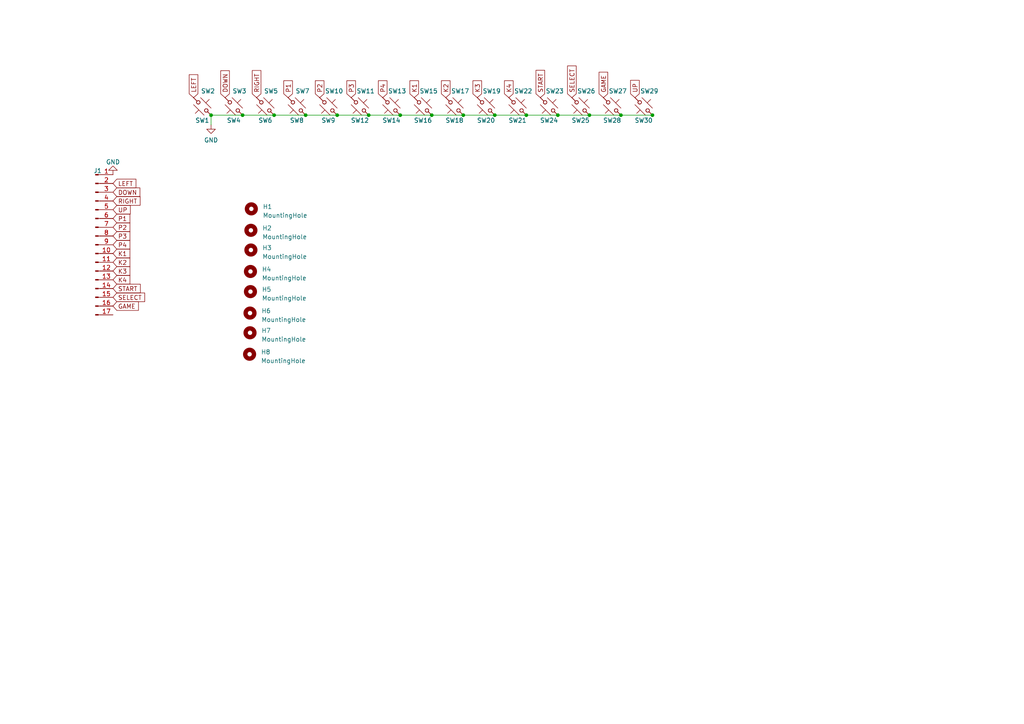
<source format=kicad_sch>
(kicad_sch (version 20230121) (generator eeschema)
  (paper "A4")
  (lib_symbols
    (symbol "Connector:Conn_01x17_Pin" (pin_names (offset 1.016) hide)
      (property "Reference" "J" (at 0 22.86 0))
      (property "Value" "Conn_01x17_Pin" (at 0 -22.86 0))
      (symbol "Conn_01x17_Pin_1_1"
        (polyline (pts (xy 1.27 -20.32) (xy 0.8636 -20.32)) (stroke (width 0.1524)))
        (polyline (pts (xy 1.27 -17.78) (xy 0.8636 -17.78)) (stroke (width 0.1524)))
        (polyline (pts (xy 1.27 -15.24) (xy 0.8636 -15.24)) (stroke (width 0.1524)))
        (polyline (pts (xy 1.27 -12.7) (xy 0.8636 -12.7)) (stroke (width 0.1524)))
        (polyline (pts (xy 1.27 -10.16) (xy 0.8636 -10.16)) (stroke (width 0.1524)))
        (polyline (pts (xy 1.27 -7.62) (xy 0.8636 -7.62)) (stroke (width 0.1524)))
        (polyline (pts (xy 1.27 -5.08) (xy 0.8636 -5.08)) (stroke (width 0.1524)))
        (polyline (pts (xy 1.27 -2.54) (xy 0.8636 -2.54)) (stroke (width 0.1524)))
        (polyline (pts (xy 1.27 0) (xy 0.8636 0)) (stroke (width 0.1524)))
        (polyline (pts (xy 1.27 2.54) (xy 0.8636 2.54)) (stroke (width 0.1524)))
        (polyline (pts (xy 1.27 5.08) (xy 0.8636 5.08)) (stroke (width 0.1524)))
        (polyline (pts (xy 1.27 7.62) (xy 0.8636 7.62)) (stroke (width 0.1524)))
        (polyline (pts (xy 1.27 10.16) (xy 0.8636 10.16)) (stroke (width 0.1524)))
        (polyline (pts (xy 1.27 12.7) (xy 0.8636 12.7)) (stroke (width 0.1524)))
        (polyline (pts (xy 1.27 15.24) (xy 0.8636 15.24)) (stroke (width 0.1524)))
        (polyline (pts (xy 1.27 17.78) (xy 0.8636 17.78)) (stroke (width 0.1524)))
        (polyline (pts (xy 1.27 20.32) (xy 0.8636 20.32)) (stroke (width 0.1524)))
        (rectangle (start 0.8636 -20.193) (end 0 -20.447) (stroke (width 0.1524)) (fill (type outline)))
        (rectangle (start 0.8636 -17.653) (end 0 -17.907) (stroke (width 0.1524)) (fill (type outline)))
        (rectangle (start 0.8636 -15.113) (end 0 -15.367) (stroke (width 0.1524)) (fill (type outline)))
        (rectangle (start 0.8636 -12.573) (end 0 -12.827) (stroke (width 0.1524)) (fill (type outline)))
        (rectangle (start 0.8636 -10.033) (end 0 -10.287) (stroke (width 0.1524)) (fill (type outline)))
        (rectangle (start 0.8636 -7.493) (end 0 -7.747) (stroke (width 0.1524)) (fill (type outline)))
        (rectangle (start 0.8636 -4.953) (end 0 -5.207) (stroke (width 0.1524)) (fill (type outline)))
        (rectangle (start 0.8636 -2.413) (end 0 -2.667) (stroke (width 0.1524)) (fill (type outline)))
        (rectangle (start 0.8636 0.127) (end 0 -0.127) (stroke (width 0.1524)) (fill (type outline)))
        (rectangle (start 0.8636 2.667) (end 0 2.413) (stroke (width 0.1524)) (fill (type outline)))
        (rectangle (start 0.8636 5.207) (end 0 4.953) (stroke (width 0.1524)) (fill (type outline)))
        (rectangle (start 0.8636 7.747) (end 0 7.493) (stroke (width 0.1524)) (fill (type outline)))
        (rectangle (start 0.8636 10.287) (end 0 10.033) (stroke (width 0.1524)) (fill (type outline)))
        (rectangle (start 0.8636 12.827) (end 0 12.573) (stroke (width 0.1524)) (fill (type outline)))
        (rectangle (start 0.8636 15.367) (end 0 15.113) (stroke (width 0.1524)) (fill (type outline)))
        (rectangle (start 0.8636 17.907) (end 0 17.653) (stroke (width 0.1524)) (fill (type outline)))
        (rectangle (start 0.8636 20.447) (end 0 20.193) (stroke (width 0.1524)) (fill (type outline)))
        (pin passive line (at 5.08 20.32 180) (length 3.81) (name "Pin_1") (number "1"))
        (pin passive line (at 5.08 -2.54 180) (length 3.81) (name "Pin_10") (number "10"))
        (pin passive line (at 5.08 -5.08 180) (length 3.81) (name "Pin_11") (number "11"))
        (pin passive line (at 5.08 -7.62 180) (length 3.81) (name "Pin_12") (number "12"))
        (pin passive line (at 5.08 -10.16 180) (length 3.81) (name "Pin_13") (number "13"))
        (pin passive line (at 5.08 -12.7 180) (length 3.81) (name "Pin_14") (number "14"))
        (pin passive line (at 5.08 -15.24 180) (length 3.81) (name "Pin_15") (number "15"))
        (pin passive line (at 5.08 -17.78 180) (length 3.81) (name "Pin_16") (number "16"))
        (pin passive line (at 5.08 -20.32 180) (length 3.81) (name "Pin_17") (number "17"))
        (pin passive line (at 5.08 17.78 180) (length 3.81) (name "Pin_2") (number "2"))
        (pin passive line (at 5.08 15.24 180) (length 3.81) (name "Pin_3") (number "3"))
        (pin passive line (at 5.08 12.7 180) (length 3.81) (name "Pin_4") (number "4"))
        (pin passive line (at 5.08 10.16 180) (length 3.81) (name "Pin_5") (number "5"))
        (pin passive line (at 5.08 7.62 180) (length 3.81) (name "Pin_6") (number "6"))
        (pin passive line (at 5.08 5.08 180) (length 3.81) (name "Pin_7") (number "7"))
        (pin passive line (at 5.08 2.54 180) (length 3.81) (name "Pin_8") (number "8"))
        (pin passive line (at 5.08 0 180) (length 3.81) (name "Pin_9") (number "9"))
      )
    )
    (symbol "Mechanical:MountingHole" (pin_names (offset 1.016))
      (property "Reference" "H" (at 0 5.08 0))
      (property "Value" "MountingHole" (at 0 3.175 0))
      (symbol "MountingHole_0_1"
        (circle (center 0 0) (radius 1.27) (stroke (width 1.27)))
      )
    )
    (symbol "marbastlib-mx:MX_SW_HS" (pin_numbers hide) (pin_names (offset 1.016) hide)
      (property "Reference" "SW" (at 3.048 1.016 0))
      (property "Value" "MX_SW_HS" (at 0 -3.81 0))
      (symbol "MX_SW_HS_0_1"
        (circle (center -1.1684 1.1684) (radius 0.508))
        (polyline (pts (xy -0.508 2.54) (xy 2.54 -0.508)))
        (polyline (pts (xy 1.016 1.016) (xy 2.032 2.032)))
        (polyline (pts (xy -2.54 2.54) (xy -1.524 1.524) (xy -1.524 1.524)))
        (polyline (pts (xy 1.524 -1.524) (xy 2.54 -2.54) (xy 2.54 -2.54) (xy 2.54 -2.54)))
        (circle (center 1.143 -1.1938) (radius 0.508))
        (pin passive line (at -2.54 2.54 0) (length 0) (name "1") (number "1"))
        (pin passive line (at 2.54 -2.54 180) (length 0) (name "2") (number "2"))
      )
    )
    (symbol "marbastlib-mx:MX_SW_solder" (pin_numbers hide) (pin_names (offset 1.016) hide)
      (property "Reference" "SW" (at 3.048 1.016 0))
      (property "Value" "MX_SW_solder" (at 0 -3.81 0))
      (symbol "MX_SW_solder_0_1"
        (circle (center -1.1684 1.1684) (radius 0.508))
        (polyline (pts (xy -0.508 2.54) (xy 2.54 -0.508)))
        (polyline (pts (xy 1.016 1.016) (xy 2.032 2.032)))
        (polyline (pts (xy -2.54 2.54) (xy -1.524 1.524) (xy -1.524 1.524)))
        (polyline (pts (xy 1.524 -1.524) (xy 2.54 -2.54) (xy 2.54 -2.54) (xy 2.54 -2.54)))
        (circle (center 1.143 -1.1938) (radius 0.508))
        (pin passive line (at -2.54 2.54 0) (length 0) (name "1") (number "1"))
        (pin passive line (at 2.54 -2.54 180) (length 0) (name "2") (number "2"))
      )
    )
    (symbol "power:GND" (power) (pin_names (offset 0))
      (property "Value" "GND" (at 0 -3.81 0))
      (symbol "GND_0_1"
        (polyline (pts (xy 0 0) (xy 0 -1.27) (xy 1.27 -1.27) (xy 0 -2.54) (xy -1.27 -1.27) (xy 0 -1.27)))
      )
      (symbol "GND_1_1"
        (pin power_in line (at 0 0 270) (length 0) hide (name "GND") (number "1"))
      )
    )
  )
  (junction (at 189.23 33.401))
  (junction (at 97.79 33.401))
  (junction (at 88.646 33.401))
  (junction (at 125.222 33.401))
  (junction (at 70.358 33.401))
  (junction (at 61.214 33.401))
  (junction (at 152.654 33.401))
  (junction (at 180.086 33.401))
  (junction (at 134.366 33.401))
  (junction (at 170.942 33.401))
  (junction (at 79.502 33.401))
  (junction (at 161.798 33.401))
  (junction (at 143.51 33.401))
  (junction (at 116.078 33.401))
  (junction (at 106.934 33.401))
  (wire (pts (xy 152.654 33.401) (xy 161.798 33.401)))
  (wire (pts (xy 161.798 33.401) (xy 170.942 33.401)))
  (wire (pts (xy 116.078 33.401) (xy 125.222 33.401)))
  (wire (pts (xy 97.79 33.401) (xy 106.934 33.401)))
  (wire (pts (xy 143.51 33.401) (xy 152.654 33.401)))
  (wire (pts (xy 61.214 33.401) (xy 61.214 36.195)))
  (wire (pts (xy 134.366 33.401) (xy 143.51 33.401)))
  (wire (pts (xy 106.934 33.401) (xy 116.078 33.401)))
  (wire (pts (xy 70.358 33.401) (xy 79.502 33.401)))
  (wire (pts (xy 170.942 33.401) (xy 180.086 33.401)))
  (wire (pts (xy 79.502 33.401) (xy 88.646 33.401)))
  (wire (pts (xy 125.222 33.401) (xy 134.366 33.401)))
  (wire (pts (xy 88.646 33.401) (xy 97.79 33.401)))
  (wire (pts (xy 180.086 33.401) (xy 189.23 33.401)))
  (wire (pts (xy 61.214 33.401) (xy 70.358 33.401)))
  (global_label "P2" (shape input) (at 92.71 28.321 90) (property "Intersheetrefs" "${INTERSHEET_REFS}" (effects hide)))
  (global_label "P2" (shape input) (at 32.766 65.913 0) (property "Intersheetrefs" "${INTERSHEET_REFS}" (effects hide)))
  (global_label "P1" (shape input) (at 32.766 63.373 0) (property "Intersheetrefs" "${INTERSHEET_REFS}" (effects hide)))
  (global_label "GAME" (shape input) (at 175.006 28.321 90) (property "Intersheetrefs" "${INTERSHEET_REFS}" (effects hide)))
  (global_label "K3" (shape input) (at 138.43 28.321 90) (property "Intersheetrefs" "${INTERSHEET_REFS}" (effects hide)))
  (global_label "K2" (shape input) (at 32.766 76.073 0) (property "Intersheetrefs" "${INTERSHEET_REFS}" (effects hide)))
  (global_label "P4" (shape input) (at 32.766 70.993 0) (property "Intersheetrefs" "${INTERSHEET_REFS}" (effects hide)))
  (global_label "P1" (shape input) (at 83.566 28.321 90) (property "Intersheetrefs" "${INTERSHEET_REFS}" (effects hide)))
  (global_label "K3" (shape input) (at 32.766 78.613 0) (property "Intersheetrefs" "${INTERSHEET_REFS}" (effects hide)))
  (global_label "SELECT" (shape input) (at 32.766 86.233 0) (property "Intersheetrefs" "${INTERSHEET_REFS}" (effects hide)))
  (global_label "P3" (shape input) (at 101.854 28.321 90) (property "Intersheetrefs" "${INTERSHEET_REFS}" (effects hide)))
  (global_label "RIGHT" (shape input) (at 74.422 28.321 90) (property "Intersheetrefs" "${INTERSHEET_REFS}" (effects hide)))
  (global_label "GAME" (shape input) (at 32.766 88.773 0) (property "Intersheetrefs" "${INTERSHEET_REFS}" (effects hide)))
  (global_label "P3" (shape input) (at 32.766 68.453 0) (property "Intersheetrefs" "${INTERSHEET_REFS}" (effects hide)))
  (global_label "K4" (shape input) (at 147.574 28.321 90) (property "Intersheetrefs" "${INTERSHEET_REFS}" (effects hide)))
  (global_label "K4" (shape input) (at 32.766 81.153 0) (property "Intersheetrefs" "${INTERSHEET_REFS}" (effects hide)))
  (global_label "DOWN" (shape input) (at 32.766 55.753 0) (property "Intersheetrefs" "${INTERSHEET_REFS}" (effects hide)))
  (global_label "DOWN" (shape input) (at 65.278 28.321 90) (property "Intersheetrefs" "${INTERSHEET_REFS}" (effects hide)))
  (global_label "UP" (shape input) (at 184.15 28.321 90) (property "Intersheetrefs" "${INTERSHEET_REFS}" (effects hide)))
  (global_label "K1" (shape input) (at 120.142 28.321 90) (property "Intersheetrefs" "${INTERSHEET_REFS}" (effects hide)))
  (global_label "UP" (shape input) (at 32.766 60.833 0) (property "Intersheetrefs" "${INTERSHEET_REFS}" (effects hide)))
  (global_label "K1" (shape input) (at 32.766 73.533 0) (property "Intersheetrefs" "${INTERSHEET_REFS}" (effects hide)))
  (global_label "LEFT" (shape input) (at 32.766 53.213 0) (property "Intersheetrefs" "${INTERSHEET_REFS}" (effects hide)))
  (global_label "START" (shape input) (at 32.766 83.693 0) (property "Intersheetrefs" "${INTERSHEET_REFS}" (effects hide)))
  (global_label "P4" (shape input) (at 110.998 28.321 90) (property "Intersheetrefs" "${INTERSHEET_REFS}" (effects hide)))
  (global_label "START" (shape input) (at 156.718 28.321 90) (property "Intersheetrefs" "${INTERSHEET_REFS}" (effects hide)))
  (global_label "SELECT" (shape input) (at 165.862 28.321 90) (property "Intersheetrefs" "${INTERSHEET_REFS}" (effects hide)))
  (global_label "LEFT" (shape input) (at 56.134 28.321 90) (property "Intersheetrefs" "${INTERSHEET_REFS}" (effects hide)))
  (global_label "RIGHT" (shape input) (at 32.766 58.293 0) (property "Intersheetrefs" "${INTERSHEET_REFS}" (effects hide)))
  (global_label "K2" (shape input) (at 129.286 28.321 90) (property "Intersheetrefs" "${INTERSHEET_REFS}" (effects hide)))
  (symbol (lib_id "marbastlib-mx:MX_SW_solder") (at 58.674 30.861 180) (unit 1)
    (property "Reference" "SW1" (at 58.674 34.925 0))
    (property "Value" "MX_SW_solder" (effects hide))
    (property "Footprint" "marbastlib-mx:SW_MX_1u" (effects hide))
  )
  (symbol (lib_id "Mechanical:MountingHole") (at 72.39 102.743 0) (unit 1)
    (property "Reference" "H8" (at 75.692 102.108 0) (effects (justify left)))
    (property "Value" "MountingHole" (at 75.692 104.648 0) (effects (justify left)))
    (property "Footprint" "MountingHole:MountingHole_3.2mm_M3_ISO7380" (effects hide))
  )
  (symbol (lib_id "marbastlib-mx:MX_SW_HS") (at 86.106 30.861 0) (unit 1)
    (property "Reference" "SW7" (at 87.757 26.416 0))
    (property "Value" "MX_SW_HS" (effects hide))
    (property "Footprint" "marbastlib-mx:SW_MX_HS_1u" (effects hide))
  )
  (symbol (lib_id "marbastlib-mx:MX_SW_HS") (at 122.682 30.861 0) (unit 1)
    (property "Reference" "SW15" (at 124.333 26.416 0))
    (property "Value" "MX_SW_HS" (effects hide))
    (property "Footprint" "marbastlib-mx:SW_MX_HS_1u" (effects hide))
  )
  (symbol (lib_id "marbastlib-mx:MX_SW_solder") (at 168.402 30.861 180) (unit 1)
    (property "Reference" "SW25" (at 168.402 34.925 0))
    (property "Value" "MX_SW_solder" (effects hide))
    (property "Footprint" "marbastlib-mx:SW_MX_1u" (effects hide))
  )
  (symbol (lib_id "marbastlib-mx:MX_SW_HS") (at 76.962 30.861 0) (unit 1)
    (property "Reference" "SW5" (at 78.613 26.416 0))
    (property "Value" "MX_SW_HS" (effects hide))
    (property "Footprint" "marbastlib-mx:SW_MX_HS_1u" (effects hide))
  )
  (symbol (lib_id "marbastlib-mx:MX_SW_HS") (at 113.538 30.861 0) (unit 1)
    (property "Reference" "SW13" (at 115.189 26.416 0))
    (property "Value" "MX_SW_HS" (effects hide))
    (property "Footprint" "marbastlib-mx:SW_MX_HS_1u" (effects hide))
  )
  (symbol (lib_id "marbastlib-mx:MX_SW_HS") (at 104.394 30.861 0) (unit 1)
    (property "Reference" "SW11" (at 106.045 26.416 0))
    (property "Value" "MX_SW_HS" (effects hide))
    (property "Footprint" "marbastlib-mx:SW_MX_HS_1u" (effects hide))
  )
  (symbol (lib_id "marbastlib-mx:MX_SW_HS") (at 177.546 30.861 0) (unit 1)
    (property "Reference" "SW27" (at 179.197 26.416 0))
    (property "Value" "MX_SW_HS" (effects hide))
    (property "Footprint" "marbastlib-mx:SW_MX_HS_1u" (effects hide))
  )
  (symbol (lib_id "marbastlib-mx:MX_SW_HS") (at 140.97 30.861 0) (unit 1)
    (property "Reference" "SW19" (at 142.621 26.416 0))
    (property "Value" "MX_SW_HS" (effects hide))
    (property "Footprint" "marbastlib-mx:SW_MX_HS_1u" (effects hide))
  )
  (symbol (lib_id "Mechanical:MountingHole") (at 72.644 84.582 0) (unit 1)
    (property "Reference" "H5" (at 75.946 83.947 0) (effects (justify left)))
    (property "Value" "MountingHole" (at 75.946 86.487 0) (effects (justify left)))
    (property "Footprint" "MountingHole:MountingHole_3.2mm_M3_ISO7380" (effects hide))
  )
  (symbol (lib_id "marbastlib-mx:MX_SW_HS") (at 186.69 30.861 0) (unit 1)
    (property "Reference" "SW29" (at 188.341 26.416 0))
    (property "Value" "MX_SW_HS" (effects hide))
    (property "Footprint" "marbastlib-mx:SW_MX_HS_1u" (effects hide))
  )
  (symbol (lib_id "marbastlib-mx:MX_SW_HS") (at 159.258 30.861 0) (unit 1)
    (property "Reference" "SW23" (at 160.909 26.416 0))
    (property "Value" "MX_SW_HS" (effects hide))
    (property "Footprint" "marbastlib-mx:SW_MX_HS_1u" (effects hide))
  )
  (symbol (lib_id "marbastlib-mx:MX_SW_solder") (at 104.394 30.861 180) (unit 1)
    (property "Reference" "SW12" (at 104.394 34.925 0))
    (property "Value" "MX_SW_solder" (effects hide))
    (property "Footprint" "marbastlib-mx:SW_MX_1u" (effects hide))
  )
  (symbol (lib_id "marbastlib-mx:MX_SW_HS") (at 67.818 30.861 0) (unit 1)
    (property "Reference" "SW3" (at 69.469 26.416 0))
    (property "Value" "MX_SW_HS" (effects hide))
    (property "Footprint" "marbastlib-mx:SW_MX_HS_1u" (effects hide))
  )
  (symbol (lib_id "marbastlib-mx:MX_SW_solder") (at 95.25 30.861 180) (unit 1)
    (property "Reference" "SW9" (at 95.25 34.925 0))
    (property "Value" "MX_SW_solder" (effects hide))
    (property "Footprint" "marbastlib-mx:SW_MX_1u" (effects hide))
  )
  (symbol (lib_id "Mechanical:MountingHole") (at 72.771 72.517 0) (unit 1)
    (property "Reference" "H3" (at 76.073 71.882 0) (effects (justify left)))
    (property "Value" "MountingHole" (at 76.073 74.422 0) (effects (justify left)))
    (property "Footprint" "MountingHole:MountingHole_3.2mm_M3_ISO7380" (effects hide))
  )
  (symbol (lib_id "marbastlib-mx:MX_SW_solder") (at 86.106 30.861 180) (unit 1)
    (property "Reference" "SW8" (at 86.106 34.925 0))
    (property "Value" "MX_SW_solder" (effects hide))
    (property "Footprint" "marbastlib-mx:SW_MX_1u" (effects hide))
  )
  (symbol (lib_id "marbastlib-mx:MX_SW_solder") (at 76.962 30.861 180) (unit 1)
    (property "Reference" "SW6" (at 76.962 34.925 0))
    (property "Value" "MX_SW_solder" (effects hide))
    (property "Footprint" "marbastlib-mx:SW_MX_1u" (effects hide))
  )
  (symbol (lib_id "marbastlib-mx:MX_SW_HS") (at 168.402 30.861 0) (unit 1)
    (property "Reference" "SW26" (at 170.053 26.416 0))
    (property "Value" "MX_SW_HS" (effects hide))
    (property "Footprint" "marbastlib-mx:SW_MX_HS_1u" (effects hide))
  )
  (symbol (lib_id "Mechanical:MountingHole") (at 72.644 78.74 0) (unit 1)
    (property "Reference" "H4" (at 75.946 78.105 0) (effects (justify left)))
    (property "Value" "MountingHole" (at 75.946 80.645 0) (effects (justify left)))
    (property "Footprint" "MountingHole:MountingHole_3.2mm_M3_ISO7380" (effects hide))
  )
  (symbol (lib_id "marbastlib-mx:MX_SW_solder") (at 159.258 30.861 180) (unit 1)
    (property "Reference" "SW24" (at 159.258 34.925 0))
    (property "Value" "MX_SW_solder" (effects hide))
    (property "Footprint" "marbastlib-mx:SW_MX_1u" (effects hide))
  )
  (symbol (lib_id "marbastlib-mx:MX_SW_solder") (at 122.682 30.861 180) (unit 1)
    (property "Reference" "SW16" (at 122.682 34.925 0))
    (property "Value" "MX_SW_solder" (effects hide))
    (property "Footprint" "marbastlib-mx:SW_MX_1u" (effects hide))
  )
  (symbol (lib_id "marbastlib-mx:MX_SW_HS") (at 131.826 30.861 0) (unit 1)
    (property "Reference" "SW17" (at 133.477 26.416 0))
    (property "Value" "MX_SW_HS" (effects hide))
    (property "Footprint" "marbastlib-mx:SW_MX_HS_1u" (effects hide))
  )
  (symbol (lib_id "marbastlib-mx:MX_SW_HS") (at 95.25 30.861 0) (unit 1)
    (property "Reference" "SW10" (at 96.901 26.416 0))
    (property "Value" "MX_SW_HS" (effects hide))
    (property "Footprint" "marbastlib-mx:SW_MX_HS_1u" (effects hide))
  )
  (symbol (lib_id "power:GND") (at 61.214 36.195 0) (unit 1)
    (property "Reference" "#PWR01" (effects hide))
    (property "Value" "GND" (at 61.214 40.64 0))
  )
  (symbol (lib_id "marbastlib-mx:MX_SW_solder") (at 186.69 30.861 180) (unit 1)
    (property "Reference" "SW30" (at 186.69 34.925 0))
    (property "Value" "MX_SW_solder" (effects hide))
    (property "Footprint" "marbastlib-mx:SW_MX_1u" (effects hide))
  )
  (symbol (lib_id "Mechanical:MountingHole") (at 72.517 96.52 0) (unit 1)
    (property "Reference" "H7" (at 75.819 95.885 0) (effects (justify left)))
    (property "Value" "MountingHole" (at 75.819 98.425 0) (effects (justify left)))
    (property "Footprint" "MountingHole:MountingHole_3.2mm_M3_ISO7380" (effects hide))
  )
  (symbol (lib_id "marbastlib-mx:MX_SW_solder") (at 150.114 30.861 180) (unit 1)
    (property "Reference" "SW21" (at 150.114 34.925 0))
    (property "Value" "MX_SW_solder" (effects hide))
    (property "Footprint" "marbastlib-mx:SW_MX_1u" (effects hide))
  )
  (symbol (lib_id "Connector:Conn_01x17_Pin") (at 27.686 70.993 0) (unit 1)
    (property "Reference" "J1" (at 28.321 49.53 0))
    (property "Value" "Conn_01x17_Pin" (effects hide))
    (property "Footprint" "Connector_PinHeader_2.54mm:PinHeader_1x17_P2.54mm_Vertical" (effects hide))
  )
  (symbol (lib_id "marbastlib-mx:MX_SW_solder") (at 67.818 30.861 180) (unit 1)
    (property "Reference" "SW4" (at 67.818 34.925 0))
    (property "Value" "MX_SW_solder" (effects hide))
    (property "Footprint" "marbastlib-mx:SW_MX_1u" (effects hide))
  )
  (symbol (lib_id "marbastlib-mx:MX_SW_HS") (at 150.114 30.861 0) (unit 1)
    (property "Reference" "SW22" (at 151.765 26.416 0))
    (property "Value" "MX_SW_HS" (effects hide))
    (property "Footprint" "marbastlib-mx:SW_MX_HS_1u" (effects hide))
  )
  (symbol (lib_id "marbastlib-mx:MX_SW_HS") (at 58.674 30.861 0) (unit 1)
    (property "Reference" "SW2" (at 60.325 26.416 0))
    (property "Value" "MX_SW_HS" (effects hide))
    (property "Footprint" "marbastlib-mx:SW_MX_HS_1u" (effects hide))
  )
  (symbol (lib_id "marbastlib-mx:MX_SW_solder") (at 177.546 30.861 180) (unit 1)
    (property "Reference" "SW28" (at 177.546 34.925 0))
    (property "Value" "MX_SW_solder" (effects hide))
    (property "Footprint" "marbastlib-mx:SW_MX_1u" (effects hide))
  )
  (symbol (lib_id "marbastlib-mx:MX_SW_solder") (at 140.97 30.861 180) (unit 1)
    (property "Reference" "SW20" (at 140.97 34.925 0))
    (property "Value" "MX_SW_solder" (effects hide))
    (property "Footprint" "marbastlib-mx:SW_MX_1u" (effects hide))
  )
  (symbol (lib_id "marbastlib-mx:MX_SW_solder") (at 131.826 30.861 180) (unit 1)
    (property "Reference" "SW18" (at 131.826 34.925 0))
    (property "Value" "MX_SW_solder" (effects hide))
    (property "Footprint" "marbastlib-mx:SW_MX_1u" (effects hide))
  )
  (symbol (lib_id "Mechanical:MountingHole") (at 72.898 60.579 0) (unit 1)
    (property "Reference" "H1" (at 76.2 59.944 0) (effects (justify left)))
    (property "Value" "MountingHole" (at 76.2 62.484 0) (effects (justify left)))
    (property "Footprint" "MountingHole:MountingHole_3.2mm_M3_ISO7380" (effects hide))
  )
  (symbol (lib_id "Mechanical:MountingHole") (at 72.517 90.805 0) (unit 1)
    (property "Reference" "H6" (at 75.819 90.17 0) (effects (justify left)))
    (property "Value" "MountingHole" (at 75.819 92.71 0) (effects (justify left)))
    (property "Footprint" "MountingHole:MountingHole_3.2mm_M3_ISO7380" (effects hide))
  )
  (symbol (lib_id "power:GND") (at 32.766 50.673 180) (unit 1)
    (property "Reference" "#PWR02" (effects hide))
    (property "Value" "GND" (at 32.766 46.99 0))
  )
  (symbol (lib_id "marbastlib-mx:MX_SW_solder") (at 113.538 30.861 180) (unit 1)
    (property "Reference" "SW14" (at 113.538 34.925 0))
    (property "Value" "MX_SW_solder" (effects hide))
    (property "Footprint" "marbastlib-mx:SW_MX_1u" (effects hide))
  )
  (symbol (lib_id "Mechanical:MountingHole") (at 72.771 66.802 0) (unit 1)
    (property "Reference" "H2" (at 76.073 66.167 0) (effects (justify left)))
    (property "Value" "MountingHole" (at 76.073 68.707 0) (effects (justify left)))
    (property "Footprint" "MountingHole:MountingHole_3.2mm_M3_ISO7380" (effects hide))
  )
)
</source>
